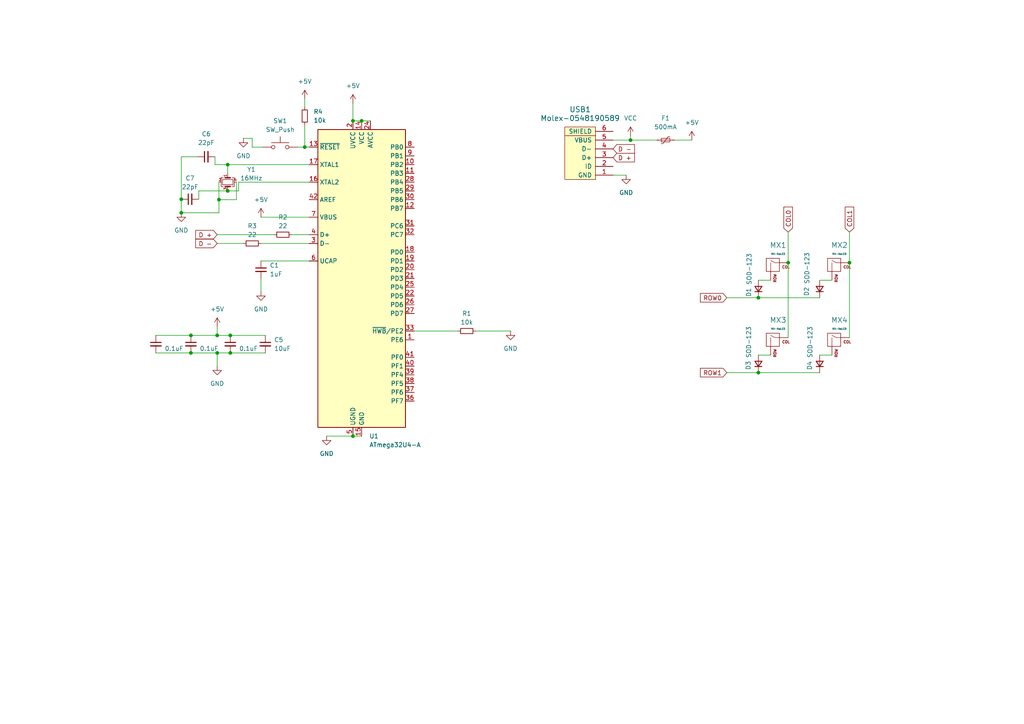
<source format=kicad_sch>
(kicad_sch (version 20230121) (generator eeschema)
  (paper "A4")
  (lib_symbols
    (symbol "Device:C_Small" (pin_numbers hide) (pin_names (offset 0.254) hide)
      (property "Reference" "C" (at 0.254 1.778 0))
      (property "Value" "C_Small" (at 0.254 -2.032 0))
      (symbol "C_Small_0_1"
        (polyline (pts (xy -1.524 -0.508) (xy 1.524 -0.508)) (stroke (width 0.3302)))
        (polyline (pts (xy -1.524 0.508) (xy 1.524 0.508)) (stroke (width 0.3048)))
      )
      (symbol "C_Small_1_1"
        (pin passive line (at 0 2.54 270) (length 2.032) (name "~") (number "1"))
        (pin passive line (at 0 -2.54 90) (length 2.032) (name "~") (number "2"))
      )
    )
    (symbol "Device:Crystal_GND24_Small" (pin_names (offset 1.016) hide)
      (property "Reference" "Y" (at 1.27 4.445 0))
      (property "Value" "Crystal_GND24_Small" (at 1.27 2.54 0))
      (symbol "Crystal_GND24_Small_0_1"
        (rectangle (start -0.762 -1.524) (end 0.762 1.524))
        (polyline (pts (xy -1.27 -0.762) (xy -1.27 0.762)) (stroke (width 0.381)))
        (polyline (pts (xy 1.27 -0.762) (xy 1.27 0.762)) (stroke (width 0.381)))
        (polyline (pts (xy -1.27 -1.27) (xy -1.27 -1.905) (xy 1.27 -1.905) (xy 1.27 -1.27)))
        (polyline (pts (xy -1.27 1.27) (xy -1.27 1.905) (xy 1.27 1.905) (xy 1.27 1.27)))
      )
      (symbol "Crystal_GND24_Small_1_1"
        (pin passive line (at -2.54 0 0) (length 1.27) (name "1") (number "1"))
        (pin passive line (at 0 -2.54 90) (length 0.635) (name "2") (number "2"))
        (pin passive line (at 2.54 0 180) (length 1.27) (name "3") (number "3"))
        (pin passive line (at 0 2.54 270) (length 0.635) (name "4") (number "4"))
      )
    )
    (symbol "Device:D_Small" (pin_numbers hide) (pin_names (offset 0.254) hide)
      (property "Reference" "D" (at -1.27 2.032 0))
      (property "Value" "D_Small" (at -3.81 -2.032 0))
      (symbol "D_Small_0_1"
        (polyline (pts (xy -0.762 -1.016) (xy -0.762 1.016)) (stroke (width 0.254)))
        (polyline (pts (xy -0.762 0) (xy 0.762 0)))
        (polyline (pts (xy 0.762 -1.016) (xy -0.762 0) (xy 0.762 1.016) (xy 0.762 -1.016)) (stroke (width 0.254)))
      )
      (symbol "D_Small_1_1"
        (pin passive line (at -2.54 0 0) (length 1.778) (name "K") (number "1"))
        (pin passive line (at 2.54 0 180) (length 1.778) (name "A") (number "2"))
      )
    )
    (symbol "Device:Polyfuse_Small" (pin_numbers hide) (pin_names (offset 0))
      (property "Reference" "F" (at -1.905 0 90))
      (property "Value" "Polyfuse_Small" (at 1.905 0 90))
      (symbol "Polyfuse_Small_0_1"
        (rectangle (start -0.508 1.27) (end 0.508 -1.27))
        (polyline (pts (xy 0 2.54) (xy 0 -2.54)))
        (polyline (pts (xy -1.016 1.27) (xy -1.016 0.762) (xy 1.016 -0.762) (xy 1.016 -1.27)))
      )
      (symbol "Polyfuse_Small_1_1"
        (pin passive line (at 0 2.54 270) (length 0.635) (name "~") (number "1"))
        (pin passive line (at 0 -2.54 90) (length 0.635) (name "~") (number "2"))
      )
    )
    (symbol "Device:R_Small" (pin_numbers hide) (pin_names (offset 0.254) hide)
      (property "Reference" "R" (at 0.762 0.508 0))
      (property "Value" "R_Small" (at 0.762 -1.016 0))
      (symbol "R_Small_0_1"
        (rectangle (start -0.762 1.778) (end 0.762 -1.778) (stroke (width 0.2032)))
      )
      (symbol "R_Small_1_1"
        (pin passive line (at 0 2.54 270) (length 0.762) (name "~") (number "1"))
        (pin passive line (at 0 -2.54 90) (length 0.762) (name "~") (number "2"))
      )
    )
    (symbol "MCU_Microchip_ATmega:ATmega32U4-A"
      (property "Reference" "U" (at -12.7 44.45 0))
      (property "Value" "ATmega32U4-A" (at 2.54 -44.45 0))
      (symbol "ATmega32U4-A_0_1"
        (rectangle (start -12.7 -43.18) (end 12.7 43.18) (stroke (width 0.254)) (fill (type background)))
      )
      (symbol "ATmega32U4-A_1_1"
        (pin bidirectional line (at 15.24 -17.78 180) (length 2.54) (name "PE6") (number "1"))
        (pin bidirectional line (at 15.24 33.02 180) (length 2.54) (name "PB2") (number "10"))
        (pin bidirectional line (at 15.24 30.48 180) (length 2.54) (name "PB3") (number "11"))
        (pin bidirectional line (at 15.24 20.32 180) (length 2.54) (name "PB7") (number "12"))
        (pin input line (at -15.24 38.1 0) (length 2.54) (name "~{RESET}") (number "13"))
        (pin power_in line (at 0 45.72 270) (length 2.54) (name "VCC") (number "14"))
        (pin power_in line (at 0 -45.72 90) (length 2.54) (name "GND") (number "15"))
        (pin output line (at -15.24 27.94 0) (length 2.54) (name "XTAL2") (number "16"))
        (pin input line (at -15.24 33.02 0) (length 2.54) (name "XTAL1") (number "17"))
        (pin bidirectional line (at 15.24 7.62 180) (length 2.54) (name "PD0") (number "18"))
        (pin bidirectional line (at 15.24 5.08 180) (length 2.54) (name "PD1") (number "19"))
        (pin power_in line (at -2.54 45.72 270) (length 2.54) (name "UVCC") (number "2"))
        (pin bidirectional line (at 15.24 2.54 180) (length 2.54) (name "PD2") (number "20"))
        (pin bidirectional line (at 15.24 0 180) (length 2.54) (name "PD3") (number "21"))
        (pin bidirectional line (at 15.24 -5.08 180) (length 2.54) (name "PD5") (number "22"))
        (pin passive line (at 0 -45.72 90) (length 2.54) hide (name "GND") (number "23"))
        (pin power_in line (at 2.54 45.72 270) (length 2.54) (name "AVCC") (number "24"))
        (pin bidirectional line (at 15.24 -2.54 180) (length 2.54) (name "PD4") (number "25"))
        (pin bidirectional line (at 15.24 -7.62 180) (length 2.54) (name "PD6") (number "26"))
        (pin bidirectional line (at 15.24 -10.16 180) (length 2.54) (name "PD7") (number "27"))
        (pin bidirectional line (at 15.24 27.94 180) (length 2.54) (name "PB4") (number "28"))
        (pin bidirectional line (at 15.24 25.4 180) (length 2.54) (name "PB5") (number "29"))
        (pin bidirectional line (at -15.24 10.16 0) (length 2.54) (name "D-") (number "3"))
        (pin bidirectional line (at 15.24 22.86 180) (length 2.54) (name "PB6") (number "30"))
        (pin bidirectional line (at 15.24 15.24 180) (length 2.54) (name "PC6") (number "31"))
        (pin bidirectional line (at 15.24 12.7 180) (length 2.54) (name "PC7") (number "32"))
        (pin bidirectional line (at 15.24 -15.24 180) (length 2.54) (name "~{HWB}/PE2") (number "33"))
        (pin passive line (at 0 45.72 270) (length 2.54) hide (name "VCC") (number "34"))
        (pin passive line (at 0 -45.72 90) (length 2.54) hide (name "GND") (number "35"))
        (pin bidirectional line (at 15.24 -35.56 180) (length 2.54) (name "PF7") (number "36"))
        (pin bidirectional line (at 15.24 -33.02 180) (length 2.54) (name "PF6") (number "37"))
        (pin bidirectional line (at 15.24 -30.48 180) (length 2.54) (name "PF5") (number "38"))
        (pin bidirectional line (at 15.24 -27.94 180) (length 2.54) (name "PF4") (number "39"))
        (pin bidirectional line (at -15.24 12.7 0) (length 2.54) (name "D+") (number "4"))
        (pin bidirectional line (at 15.24 -25.4 180) (length 2.54) (name "PF1") (number "40"))
        (pin bidirectional line (at 15.24 -22.86 180) (length 2.54) (name "PF0") (number "41"))
        (pin passive line (at -15.24 22.86 0) (length 2.54) (name "AREF") (number "42"))
        (pin passive line (at 0 -45.72 90) (length 2.54) hide (name "GND") (number "43"))
        (pin passive line (at 2.54 45.72 270) (length 2.54) hide (name "AVCC") (number "44"))
        (pin passive line (at -2.54 -45.72 90) (length 2.54) (name "UGND") (number "5"))
        (pin passive line (at -15.24 5.08 0) (length 2.54) (name "UCAP") (number "6"))
        (pin input line (at -15.24 17.78 0) (length 2.54) (name "VBUS") (number "7"))
        (pin bidirectional line (at 15.24 38.1 180) (length 2.54) (name "PB0") (number "8"))
        (pin bidirectional line (at 15.24 35.56 180) (length 2.54) (name "PB1") (number "9"))
      )
    )
    (symbol "MX_Alps_Hybrid:MX-NoLED" (pin_names (offset 1.016))
      (property "Reference" "MX" (at -0.635 3.81 0))
      (property "Value" "MX-NoLED" (at -0.635 1.27 0))
      (symbol "MX-NoLED_0_0"
        (rectangle (start -2.54 2.54) (end 1.27 -1.27))
        (polyline (pts (xy -1.27 -1.27) (xy -1.27 1.27)) (stroke (width 0.127)))
        (polyline (pts (xy 1.27 1.27) (xy 0 1.27) (xy -1.27 1.905)) (stroke (width 0.127)))
        (text "COL" (at 3.175 0 0) (effects (font (size 0.762 0.762))))
        (text "ROW" (at 0 -1.905 900) (effects (font (size 0.762 0.762)) (justify right)))
      )
      (symbol "MX-NoLED_1_1"
        (pin passive line (at 3.81 1.27 180) (length 2.54) (name "COL") (number "1"))
        (pin passive line (at -1.27 -3.81 90) (length 2.54) (name "ROW") (number "2"))
      )
    )
    (symbol "Switch:SW_Push" (pin_numbers hide) (pin_names (offset 1.016) hide)
      (property "Reference" "SW" (at 1.27 2.54 0))
      (property "Value" "SW_Push" (at 0 -1.524 0))
      (symbol "SW_Push_0_1"
        (circle (center -2.032 0) (radius 0.508))
        (polyline (pts (xy 0 1.27) (xy 0 3.048)))
        (polyline (pts (xy 2.54 1.27) (xy -2.54 1.27)))
        (circle (center 2.032 0) (radius 0.508))
        (pin passive line (at -5.08 0 0) (length 2.54) (name "1") (number "1"))
        (pin passive line (at 5.08 0 180) (length 2.54) (name "2") (number "2"))
      )
    )
    (symbol "power:+5V" (power) (pin_names (offset 0))
      (property "Value" "+5V" (at 0 3.556 0))
      (symbol "+5V_0_1"
        (polyline (pts (xy -0.762 1.27) (xy 0 2.54)))
        (polyline (pts (xy 0 0) (xy 0 2.54)))
        (polyline (pts (xy 0 2.54) (xy 0.762 1.27)))
      )
      (symbol "+5V_1_1"
        (pin power_in line (at 0 0 90) (length 0) hide (name "+5V") (number "1"))
      )
    )
    (symbol "power:GND" (power) (pin_names (offset 0))
      (property "Value" "GND" (at 0 -3.81 0))
      (symbol "GND_0_1"
        (polyline (pts (xy 0 0) (xy 0 -1.27) (xy 1.27 -1.27) (xy 0 -2.54) (xy -1.27 -1.27) (xy 0 -1.27)))
      )
      (symbol "GND_1_1"
        (pin power_in line (at 0 0 270) (length 0) hide (name "GND") (number "1"))
      )
    )
    (symbol "power:VCC" (power) (pin_names (offset 0))
      (property "Value" "VCC" (at 0 3.81 0))
      (symbol "VCC_0_1"
        (polyline (pts (xy -0.762 1.27) (xy 0 2.54)))
        (polyline (pts (xy 0 0) (xy 0 2.54)))
        (polyline (pts (xy 0 2.54) (xy 0.762 1.27)))
      )
      (symbol "VCC_1_1"
        (pin power_in line (at 0 0 90) (length 0) hide (name "VCC") (number "1"))
      )
    )
    (symbol "random-keyboard-parts:Molex-0548190589" (pin_names (offset 1.016))
      (property "Reference" "USB" (at 0 7.62 0))
      (property "Value" "Molex-0548190589" (at 0 10.16 0))
      (symbol "Molex-0548190589_0_0"
        (polyline (pts (xy 6.35 -2.54) (xy 6.35 6.35)))
        (rectangle (start 8.89 -2.54) (end -6.35 6.35) (fill (type background)))
      )
      (symbol "Molex-0548190589_1_1"
        (pin input line (at -5.08 -7.62 90) (length 5.08) (name "GND") (number "1"))
        (pin input line (at -2.54 -7.62 90) (length 5.08) (name "ID") (number "2"))
        (pin input line (at 0 -7.62 90) (length 5.08) (name "D+") (number "3"))
        (pin input line (at 2.54 -7.62 90) (length 5.08) (name "D-") (number "4"))
        (pin input line (at 5.08 -7.62 90) (length 5.08) (name "VBUS") (number "5"))
        (pin input line (at 7.62 -7.62 90) (length 5.08) (name "SHIELD") (number "6"))
      )
    )
  )
  (junction (at 62.992 97.282))
  (junction (at 52.578 61.722))
  (junction (at 66.802 102.362))
  (junction (at 228.6 76.2))
  (junction (at 55.372 102.362))
  (junction (at 66.04 55.372))
  (junction (at 102.362 126.492))
  (junction (at 52.578 57.785))
  (junction (at 63.5 57.912))
  (junction (at 246.38 76.2))
  (junction (at 104.902 35.052))
  (junction (at 219.964 86.36))
  (junction (at 62.992 102.362))
  (junction (at 66.04 47.752))
  (junction (at 219.964 108.077))
  (junction (at 102.362 35.052))
  (junction (at 55.372 97.282))
  (junction (at 66.802 97.282))
  (junction (at 88.392 42.672))
  (junction (at 182.88 40.64))
  (wire (pts (xy 84.582 68.072) (xy 89.662 68.072)))
  (wire (pts (xy 107.442 35.052) (xy 104.902 35.052)))
  (wire (pts (xy 102.362 126.492) (xy 104.902 126.492)))
  (wire (pts (xy 62.992 94.742) (xy 62.992 97.282)))
  (wire (pts (xy 76.2 42.672) (xy 73.152 42.672)))
  (wire (pts (xy 75.692 70.612) (xy 89.662 70.612)))
  (wire (pts (xy 89.662 47.752) (xy 66.04 47.752)))
  (wire (pts (xy 73.152 42.672) (xy 73.152 40.132)))
  (wire (pts (xy 246.38 67.31) (xy 246.38 76.2)))
  (wire (pts (xy 120.142 96.012) (xy 132.842 96.012)))
  (wire (pts (xy 66.802 97.282) (xy 76.962 97.282)))
  (wire (pts (xy 94.742 126.492) (xy 102.362 126.492)))
  (wire (pts (xy 75.692 80.772) (xy 75.692 84.582)))
  (wire (pts (xy 102.362 35.052) (xy 102.362 29.972)))
  (wire (pts (xy 182.88 40.64) (xy 190.5 40.64)))
  (wire (pts (xy 228.6 76.2) (xy 228.6 97.917)))
  (wire (pts (xy 104.902 35.052) (xy 102.362 35.052)))
  (wire (pts (xy 62.357 47.752) (xy 66.04 47.752)))
  (wire (pts (xy 63.5 52.832) (xy 63.5 57.912)))
  (wire (pts (xy 62.992 102.362) (xy 62.992 106.172)))
  (wire (pts (xy 88.392 28.702) (xy 88.392 31.115)))
  (wire (pts (xy 63.5 57.912) (xy 63.5 61.722)))
  (wire (pts (xy 62.992 68.072) (xy 79.502 68.072)))
  (wire (pts (xy 73.152 40.132) (xy 70.612 40.132)))
  (wire (pts (xy 246.38 76.2) (xy 246.38 97.917)))
  (wire (pts (xy 62.992 70.612) (xy 70.612 70.612)))
  (wire (pts (xy 237.744 81.28) (xy 241.3 81.28)))
  (wire (pts (xy 57.658 55.372) (xy 57.658 57.785)))
  (wire (pts (xy 75.692 75.692) (xy 89.662 75.692)))
  (wire (pts (xy 182.88 39.37) (xy 182.88 40.64)))
  (wire (pts (xy 69.215 55.372) (xy 66.04 55.372)))
  (wire (pts (xy 86.36 42.672) (xy 88.392 42.672)))
  (wire (pts (xy 62.992 97.282) (xy 66.802 97.282)))
  (wire (pts (xy 66.802 102.362) (xy 76.962 102.362)))
  (wire (pts (xy 89.662 52.832) (xy 69.215 52.832)))
  (wire (pts (xy 62.357 45.466) (xy 62.357 47.752)))
  (wire (pts (xy 62.992 102.362) (xy 66.802 102.362)))
  (wire (pts (xy 177.8 50.8) (xy 181.61 50.8)))
  (wire (pts (xy 75.692 62.992) (xy 89.662 62.992)))
  (wire (pts (xy 219.964 81.28) (xy 223.52 81.28)))
  (wire (pts (xy 52.578 45.466) (xy 52.578 57.785)))
  (wire (pts (xy 228.6 67.31) (xy 228.6 76.2)))
  (wire (pts (xy 210.82 86.36) (xy 219.964 86.36)))
  (wire (pts (xy 237.744 102.997) (xy 241.3 102.997)))
  (wire (pts (xy 195.58 40.64) (xy 200.66 40.64)))
  (wire (pts (xy 55.372 97.282) (xy 62.992 97.282)))
  (wire (pts (xy 69.215 52.832) (xy 69.215 55.372)))
  (wire (pts (xy 66.04 55.372) (xy 57.658 55.372)))
  (wire (pts (xy 52.578 57.785) (xy 52.578 61.722)))
  (wire (pts (xy 137.922 96.012) (xy 148.082 96.012)))
  (wire (pts (xy 219.964 102.997) (xy 223.52 102.997)))
  (wire (pts (xy 177.8 40.64) (xy 182.88 40.64)))
  (wire (pts (xy 88.392 42.672) (xy 89.662 42.672)))
  (wire (pts (xy 68.58 52.832) (xy 68.58 57.912)))
  (wire (pts (xy 66.04 47.752) (xy 66.04 50.292)))
  (wire (pts (xy 55.372 102.362) (xy 62.992 102.362)))
  (wire (pts (xy 45.212 97.282) (xy 55.372 97.282)))
  (wire (pts (xy 57.277 45.466) (xy 52.578 45.466)))
  (wire (pts (xy 219.964 108.077) (xy 237.744 108.077)))
  (wire (pts (xy 88.392 36.195) (xy 88.392 42.672)))
  (wire (pts (xy 210.82 108.077) (xy 219.964 108.077)))
  (wire (pts (xy 63.5 61.722) (xy 52.578 61.722)))
  (wire (pts (xy 45.212 102.362) (xy 55.372 102.362)))
  (wire (pts (xy 219.964 86.36) (xy 237.744 86.36)))
  (wire (pts (xy 68.58 57.912) (xy 63.5 57.912)))
  (global_label "ROW1" (shape input) (at 210.82 108.077 180) (property "Intersheetrefs" "${INTERSHEET_REFS}" (effects hide)))
  (global_label "D +" (shape input) (at 177.8 45.72 0) (property "Intersheetrefs" "${INTERSHEET_REFS}" (effects hide)))
  (global_label "COL0" (shape input) (at 228.6 67.31 90) (property "Intersheetrefs" "${INTERSHEET_REFS}" (effects hide)))
  (global_label "D -" (shape input) (at 62.992 70.612 180) (property "Intersheetrefs" "${INTERSHEET_REFS}" (effects hide)))
  (global_label "D -" (shape input) (at 177.8 43.18 0) (property "Intersheetrefs" "${INTERSHEET_REFS}" (effects hide)))
  (global_label "ROW0" (shape input) (at 210.82 86.36 180) (property "Intersheetrefs" "${INTERSHEET_REFS}" (effects hide)))
  (global_label "D +" (shape input) (at 62.992 68.072 180) (property "Intersheetrefs" "${INTERSHEET_REFS}" (effects hide)))
  (global_label "COL1" (shape input) (at 246.38 67.31 90) (property "Intersheetrefs" "${INTERSHEET_REFS}" (effects hide)))
  (symbol (lib_id "power:+5V") (at 75.692 62.992 0) (unit 1)
    (property "Reference" "#PWR07" (effects hide))
    (property "Value" "+5V" (at 75.692 57.912 0))
  )
  (symbol (lib_id "Switch:SW_Push") (at 81.28 42.672 0) (unit 1)
    (property "Reference" "SW1" (at 81.28 35.052 0))
    (property "Value" "SW_Push" (at 81.28 37.592 0))
    (property "Footprint" "random-keyboard-parts:SKQG-1155865" (effects hide))
  )
  (symbol (lib_id "power:+5V") (at 200.66 40.64 0) (unit 1)
    (property "Reference" "#PWR012" (effects hide))
    (property "Value" "+5V" (at 200.66 35.56 0))
  )
  (symbol (lib_id "Device:Polyfuse_Small") (at 193.04 40.64 90) (unit 1)
    (property "Reference" "F1" (at 193.04 34.29 90))
    (property "Value" "500mA" (at 193.04 36.83 90))
    (property "Footprint" "Fuse:Fuse_1206_3216Metric" (effects hide))
  )
  (symbol (lib_id "MX_Alps_Hybrid:MX-NoLED") (at 224.79 77.47 0) (unit 1)
    (property "Reference" "MX1" (at 225.6852 71.12 0) (effects (font (size 1.524 1.524))))
    (property "Value" "MX-NoLED" (at 225.6852 73.66 0) (effects (font (size 0.508 0.508))))
    (property "Footprint" "MX_Alps_Hybrid:MX-1U-NoLED" (effects hide))
  )
  (symbol (lib_id "Device:D_Small") (at 219.964 105.537 90) (unit 1)
    (property "Reference" "D3" (at 217.043 104.648 0) (effects (justify right)))
    (property "Value" "SOD-123" (at 217.17 94.615 0) (effects (justify right)))
    (property "Footprint" "Diode_SMD:D_SOD-123" (effects hide))
    (property "Sim.Device" "D" (effects hide))
    (property "Sim.Pins" "1=K 2=A" (effects hide))
  )
  (symbol (lib_id "Device:C_Small") (at 59.817 45.466 90) (unit 1)
    (property "Reference" "C6" (at 59.8233 38.862 90))
    (property "Value" "22pF" (at 59.8233 41.402 90))
    (property "Footprint" "Capacitor_SMD:C_0805_2012Metric_Pad1.18x1.45mm_HandSolder" (effects hide))
  )
  (symbol (lib_id "power:GND") (at 62.992 106.172 0) (unit 1)
    (property "Reference" "#PWR05" (effects hide))
    (property "Value" "GND" (at 62.992 111.252 0))
  )
  (symbol (lib_id "power:GND") (at 70.612 40.132 0) (unit 1)
    (property "Reference" "#PWR09" (effects hide))
    (property "Value" "GND" (at 70.612 45.212 0))
  )
  (symbol (lib_id "Device:R_Small") (at 73.152 70.612 90) (unit 1)
    (property "Reference" "R3" (at 73.152 65.532 90))
    (property "Value" "22" (at 73.152 68.072 90))
    (property "Footprint" "Resistor_SMD:R_0805_2012Metric" (effects hide))
  )
  (symbol (lib_id "Device:D_Small") (at 237.744 83.82 90) (unit 1)
    (property "Reference" "D2" (at 233.934 83.185 0) (effects (justify right)))
    (property "Value" "SOD-123" (at 234.061 73.152 0) (effects (justify right)))
    (property "Footprint" "Diode_SMD:D_SOD-123" (effects hide))
    (property "Sim.Device" "D" (effects hide))
    (property "Sim.Pins" "1=K 2=A" (effects hide))
  )
  (symbol (lib_id "MX_Alps_Hybrid:MX-NoLED") (at 224.79 99.187 0) (unit 1)
    (property "Reference" "MX3" (at 225.6852 92.837 0) (effects (font (size 1.524 1.524))))
    (property "Value" "MX-NoLED" (at 225.6852 95.377 0) (effects (font (size 0.508 0.508))))
    (property "Footprint" "MX_Alps_Hybrid:MX-1U-NoLED" (effects hide))
  )
  (symbol (lib_id "power:GND") (at 52.578 61.722 0) (unit 1)
    (property "Reference" "#PWR08" (effects hide))
    (property "Value" "GND" (at 52.578 66.802 0))
  )
  (symbol (lib_id "power:+5V") (at 102.362 29.972 0) (unit 1)
    (property "Reference" "#PWR01" (effects hide))
    (property "Value" "+5V" (at 102.362 24.892 0))
  )
  (symbol (lib_id "Device:C_Small") (at 76.962 99.822 0) (unit 1)
    (property "Reference" "C5" (at 79.502 98.5583 0) (effects (justify left)))
    (property "Value" "10uF" (at 79.502 101.0983 0) (effects (justify left)))
    (property "Footprint" "Capacitor_SMD:C_0805_2012Metric_Pad1.18x1.45mm_HandSolder" (effects hide))
  )
  (symbol (lib_id "Device:C_Small") (at 45.212 99.822 0) (unit 1)
    (property "Reference" "C2" (effects hide))
    (property "Value" "0.1uF" (at 47.752 101.0983 0) (effects (justify left)))
    (property "Footprint" "Capacitor_SMD:C_0805_2012Metric_Pad1.18x1.45mm_HandSolder" (effects hide))
  )
  (symbol (lib_id "Device:C_Small") (at 75.692 78.232 0) (unit 1)
    (property "Reference" "C1" (at 78.232 76.9683 0) (effects (justify left)))
    (property "Value" "1uF" (at 78.232 79.5083 0) (effects (justify left)))
    (property "Footprint" "Capacitor_SMD:C_0805_2012Metric_Pad1.18x1.45mm_HandSolder" (effects hide))
  )
  (symbol (lib_id "Device:D_Small") (at 219.964 83.82 90) (unit 1)
    (property "Reference" "D1" (at 217.17 83.439 0) (effects (justify right)))
    (property "Value" "SOD-123" (at 217.297 73.406 0) (effects (justify right)))
    (property "Footprint" "Diode_SMD:D_SOD-123" (effects hide))
    (property "Sim.Device" "D" (effects hide))
    (property "Sim.Pins" "1=K 2=A" (effects hide))
  )
  (symbol (lib_id "power:VCC") (at 182.88 39.37 0) (unit 1)
    (property "Reference" "#PWR011" (effects hide))
    (property "Value" "VCC" (at 182.88 34.29 0))
  )
  (symbol (lib_id "MCU_Microchip_ATmega:ATmega32U4-A") (at 104.902 80.772 0) (unit 1)
    (property "Reference" "U1" (at 107.0961 126.492 0) (effects (justify left)))
    (property "Value" "ATmega32U4-A" (at 107.0961 129.032 0) (effects (justify left)))
    (property "Footprint" "Package_QFP:TQFP-44_10x10mm_P0.8mm" (effects hide))
    (property "Datasheet" "http://ww1.microchip.com/downloads/en/DeviceDoc/Atmel-7766-8-bit-AVR-ATmega16U4-32U4_Datasheet.pdf" (effects hide))
  )
  (symbol (lib_id "MX_Alps_Hybrid:MX-NoLED") (at 242.57 77.47 0) (unit 1)
    (property "Reference" "MX2" (at 243.4652 71.12 0) (effects (font (size 1.524 1.524))))
    (property "Value" "MX-NoLED" (at 243.4652 73.66 0) (effects (font (size 0.508 0.508))))
    (property "Footprint" "MX_Alps_Hybrid:MX-1U-NoLED" (effects hide))
  )
  (symbol (lib_id "power:GND") (at 94.742 126.492 0) (unit 1)
    (property "Reference" "#PWR02" (effects hide))
    (property "Value" "GND" (at 94.742 131.572 0))
  )
  (symbol (lib_id "Device:D_Small") (at 237.744 105.537 90) (unit 1)
    (property "Reference" "D4" (at 234.823 104.648 0) (effects (justify right)))
    (property "Value" "SOD-123" (at 234.95 94.615 0) (effects (justify right)))
    (property "Footprint" "Diode_SMD:D_SOD-123" (effects hide))
    (property "Sim.Device" "D" (effects hide))
    (property "Sim.Pins" "1=K 2=A" (effects hide))
  )
  (symbol (lib_id "power:GND") (at 148.082 96.012 0) (unit 1)
    (property "Reference" "#PWR03" (effects hide))
    (property "Value" "GND" (at 148.082 101.092 0))
  )
  (symbol (lib_id "random-keyboard-parts:Molex-0548190589") (at 170.18 45.72 90) (unit 1)
    (property "Reference" "USB1" (at 168.275 31.75 90) (effects (font (size 1.524 1.524))))
    (property "Value" "Molex-0548190589" (at 168.275 34.29 90) (effects (font (size 1.524 1.524))))
    (property "Footprint" "random-keyboard-parts:Molex-0548190589" (effects hide))
  )
  (symbol (lib_id "Device:Crystal_GND24_Small") (at 66.04 52.832 270) (unit 1)
    (property "Reference" "Y1" (at 72.898 49.149 90))
    (property "Value" "16MHz" (at 72.898 51.689 90))
    (property "Footprint" "Crystal:Crystal_SMD_3225-4Pin_3.2x2.5mm" (effects hide))
  )
  (symbol (lib_id "Device:R_Small") (at 82.042 68.072 90) (unit 1)
    (property "Reference" "R2" (at 82.042 62.992 90))
    (property "Value" "22" (at 82.042 65.532 90))
    (property "Footprint" "Resistor_SMD:R_0805_2012Metric" (effects hide))
  )
  (symbol (lib_id "power:+5V") (at 62.992 94.742 0) (unit 1)
    (property "Reference" "#PWR06" (effects hide))
    (property "Value" "+5V" (at 62.992 89.662 0))
  )
  (symbol (lib_id "Device:R_Small") (at 88.392 33.655 0) (unit 1)
    (property "Reference" "R4" (at 90.932 32.385 0) (effects (justify left)))
    (property "Value" "10k" (at 90.932 34.925 0) (effects (justify left)))
    (property "Footprint" "Resistor_SMD:R_0805_2012Metric" (effects hide))
  )
  (symbol (lib_id "power:GND") (at 75.692 84.582 0) (unit 1)
    (property "Reference" "#PWR04" (effects hide))
    (property "Value" "GND" (at 75.692 89.662 0))
  )
  (symbol (lib_id "MX_Alps_Hybrid:MX-NoLED") (at 242.57 99.187 0) (unit 1)
    (property "Reference" "MX4" (at 243.4652 92.837 0) (effects (font (size 1.524 1.524))))
    (property "Value" "MX-NoLED" (at 243.4652 95.377 0) (effects (font (size 0.508 0.508))))
    (property "Footprint" "MX_Alps_Hybrid:MX-1U-NoLED" (effects hide))
  )
  (symbol (lib_id "Device:C_Small") (at 55.372 99.822 0) (unit 1)
    (property "Reference" "C3" (effects hide))
    (property "Value" "0.1uF" (at 57.912 101.0983 0) (effects (justify left)))
    (property "Footprint" "Capacitor_SMD:C_0805_2012Metric_Pad1.18x1.45mm_HandSolder" (effects hide))
  )
  (symbol (lib_id "power:+5V") (at 88.392 28.702 0) (unit 1)
    (property "Reference" "#PWR010" (effects hide))
    (property "Value" "+5V" (at 88.392 23.622 0))
  )
  (symbol (lib_id "Device:C_Small") (at 66.802 99.822 0) (unit 1)
    (property "Reference" "C4" (effects hide))
    (property "Value" "0.1uF" (at 69.342 101.0983 0) (effects (justify left)))
    (property "Footprint" "Capacitor_SMD:C_0805_2012Metric_Pad1.18x1.45mm_HandSolder" (effects hide))
  )
  (symbol (lib_id "Device:R_Small") (at 135.382 96.012 90) (unit 1)
    (property "Reference" "R1" (at 135.382 90.932 90))
    (property "Value" "10k" (at 135.382 93.472 90))
    (property "Footprint" "Resistor_SMD:R_0805_2012Metric" (effects hide))
  )
  (symbol (lib_id "Device:C_Small") (at 55.118 57.785 90) (unit 1)
    (property "Reference" "C7" (at 55.1243 51.689 90))
    (property "Value" "22pF" (at 55.1243 54.229 90))
    (property "Footprint" "Capacitor_SMD:C_0805_2012Metric_Pad1.18x1.45mm_HandSolder" (effects hide))
  )
  (symbol (lib_id "power:GND") (at 181.61 50.8 0) (unit 1)
    (property "Reference" "#PWR013" (effects hide))
    (property "Value" "GND" (at 181.61 55.88 0))
  )
)
</source>
